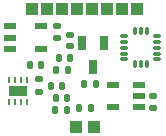
<source format=gbr>
%TF.GenerationSoftware,KiCad,Pcbnew,8.0.1-8.0.1-1~ubuntu22.04.1*%
%TF.CreationDate,2024-03-29T12:48:33+00:00*%
%TF.ProjectId,EMG_INA331,454d475f-494e-4413-9333-312e6b696361,1.0*%
%TF.SameCoordinates,Original*%
%TF.FileFunction,Soldermask,Top*%
%TF.FilePolarity,Negative*%
%FSLAX46Y46*%
G04 Gerber Fmt 4.6, Leading zero omitted, Abs format (unit mm)*
G04 Created by KiCad (PCBNEW 8.0.1-8.0.1-1~ubuntu22.04.1) date 2024-03-29 12:48:33*
%MOMM*%
%LPD*%
G01*
G04 APERTURE LIST*
G04 Aperture macros list*
%AMRoundRect*
0 Rectangle with rounded corners*
0 $1 Rounding radius*
0 $2 $3 $4 $5 $6 $7 $8 $9 X,Y pos of 4 corners*
0 Add a 4 corners polygon primitive as box body*
4,1,4,$2,$3,$4,$5,$6,$7,$8,$9,$2,$3,0*
0 Add four circle primitives for the rounded corners*
1,1,$1+$1,$2,$3*
1,1,$1+$1,$4,$5*
1,1,$1+$1,$6,$7*
1,1,$1+$1,$8,$9*
0 Add four rect primitives between the rounded corners*
20,1,$1+$1,$2,$3,$4,$5,0*
20,1,$1+$1,$4,$5,$6,$7,0*
20,1,$1+$1,$6,$7,$8,$9,0*
20,1,$1+$1,$8,$9,$2,$3,0*%
G04 Aperture macros list end*
%ADD10RoundRect,0.135000X0.185000X-0.135000X0.185000X0.135000X-0.185000X0.135000X-0.185000X-0.135000X0*%
%ADD11R,1.000000X1.000000*%
%ADD12RoundRect,0.135000X0.135000X0.185000X-0.135000X0.185000X-0.135000X-0.185000X0.135000X-0.185000X0*%
%ADD13R,0.700000X1.250000*%
%ADD14RoundRect,0.140000X-0.140000X-0.170000X0.140000X-0.170000X0.140000X0.170000X-0.140000X0.170000X0*%
%ADD15RoundRect,0.135000X-0.135000X-0.185000X0.135000X-0.185000X0.135000X0.185000X-0.135000X0.185000X0*%
%ADD16RoundRect,0.140000X0.140000X0.170000X-0.140000X0.170000X-0.140000X-0.170000X0.140000X-0.170000X0*%
%ADD17R,1.000000X0.600000*%
%ADD18RoundRect,0.135000X-0.185000X0.135000X-0.185000X-0.135000X0.185000X-0.135000X0.185000X0.135000X0*%
%ADD19O,0.280000X0.800000*%
%ADD20O,0.800000X0.280000*%
%ADD21R,1.600000X0.900000*%
%ADD22R,0.250000X0.520000*%
%ADD23R,1.100000X0.620000*%
%ADD24RoundRect,0.140000X-0.170000X0.140000X-0.170000X-0.140000X0.170000X-0.140000X0.170000X0.140000X0*%
G04 APERTURE END LIST*
D10*
%TO.C,R12*%
X35800000Y-37390000D03*
X35800000Y-38410000D03*
%TD*%
D11*
%TO.C,J4*%
X29365000Y-30000000D03*
%TD*%
D12*
%TO.C,R4*%
X27490000Y-38600000D03*
X28510000Y-38600000D03*
%TD*%
D11*
%TO.C,J6*%
X31905000Y-30000000D03*
%TD*%
D13*
%TO.C,U5*%
X30700000Y-34900000D03*
X29750000Y-32900000D03*
X31650000Y-32900000D03*
%TD*%
D11*
%TO.C,J1*%
X25555000Y-30000000D03*
%TD*%
D14*
%TO.C,C10*%
X26280000Y-34800000D03*
X25320000Y-34800000D03*
%TD*%
D15*
%TO.C,R10*%
X30910000Y-36400000D03*
X29890000Y-36400000D03*
%TD*%
D10*
%TO.C,R8*%
X26100000Y-35990001D03*
X26100000Y-37009999D03*
%TD*%
D16*
%TO.C,C1*%
X27820000Y-34200000D03*
X28780000Y-34200000D03*
%TD*%
D17*
%TO.C,U4*%
X32400000Y-38350000D03*
X32400000Y-36450000D03*
X34600000Y-36450000D03*
X34600000Y-37400000D03*
X34600000Y-38350000D03*
%TD*%
D11*
%TO.C,J2*%
X26825000Y-30000000D03*
%TD*%
%TO.C,J7*%
X33175000Y-30000000D03*
%TD*%
D18*
%TO.C,R3*%
X27600000Y-32510000D03*
X27600000Y-31490000D03*
%TD*%
D12*
%TO.C,R5*%
X29490000Y-38400000D03*
X30510000Y-38400000D03*
%TD*%
D11*
%TO.C,J3*%
X28095000Y-30000000D03*
%TD*%
%TO.C,J9*%
X30750000Y-40000000D03*
%TD*%
D19*
%TO.C,U6*%
X35227500Y-34695000D03*
X34727500Y-34694999D03*
X34227500Y-34695000D03*
D20*
X33327500Y-34295000D03*
X33327500Y-33795000D03*
X33327501Y-33295000D03*
X33327500Y-32795000D03*
X33327500Y-32295000D03*
D19*
X34227500Y-31895000D03*
X34727500Y-31895001D03*
X35227500Y-31895000D03*
D20*
X36127500Y-32295000D03*
X36127500Y-32795000D03*
X36127499Y-33295000D03*
X36127500Y-33795000D03*
X36127500Y-34295000D03*
%TD*%
D21*
%TO.C,U1*%
X24350000Y-36950000D03*
D22*
X23599999Y-36000000D03*
X24100000Y-36000000D03*
X24600000Y-36000000D03*
X25100001Y-36000000D03*
X25100001Y-37900000D03*
X24600000Y-37900000D03*
X24100000Y-37900000D03*
X23599999Y-37900000D03*
%TD*%
D14*
%TO.C,C3*%
X28480000Y-37600000D03*
X27520000Y-37600000D03*
%TD*%
D23*
%TO.C,U3*%
X26300000Y-31490200D03*
X26300000Y-33390200D03*
X23700000Y-33390200D03*
X23700000Y-32440200D03*
X23700000Y-31490200D03*
%TD*%
D15*
%TO.C,R9*%
X28610000Y-35200000D03*
X27590000Y-35200000D03*
%TD*%
D11*
%TO.C,J10*%
X29250000Y-40000000D03*
%TD*%
%TO.C,J5*%
X30635000Y-30000000D03*
%TD*%
%TO.C,J8*%
X34445000Y-30000000D03*
%TD*%
D24*
%TO.C,C2*%
X28700000Y-33180000D03*
X28700000Y-32220000D03*
%TD*%
D16*
%TO.C,C8*%
X27120000Y-36500000D03*
X28080000Y-36500000D03*
%TD*%
M02*

</source>
